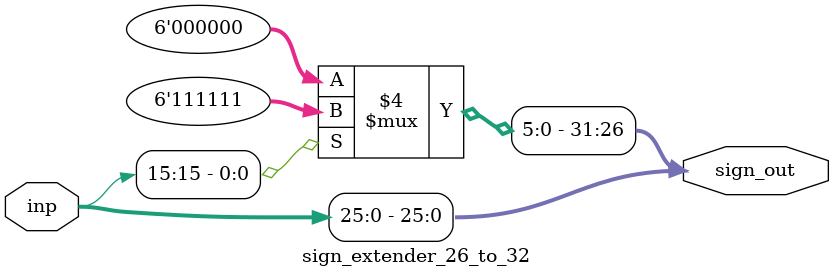
<source format=v>
module sign_extender_26_to_32
(
	input [25:0] inp,
	output reg [31:0] sign_out
);

//This module is used for sign extending a 26-bit input to a 32-bit input

always @ (*) begin

	sign_out[25:0] = inp[25:0];
	if (inp[15] == 1'b1)
		sign_out[31:26] = 16'b111111;
	else
		sign_out[31:26] = 16'b000000;

end 

endmodule

</source>
